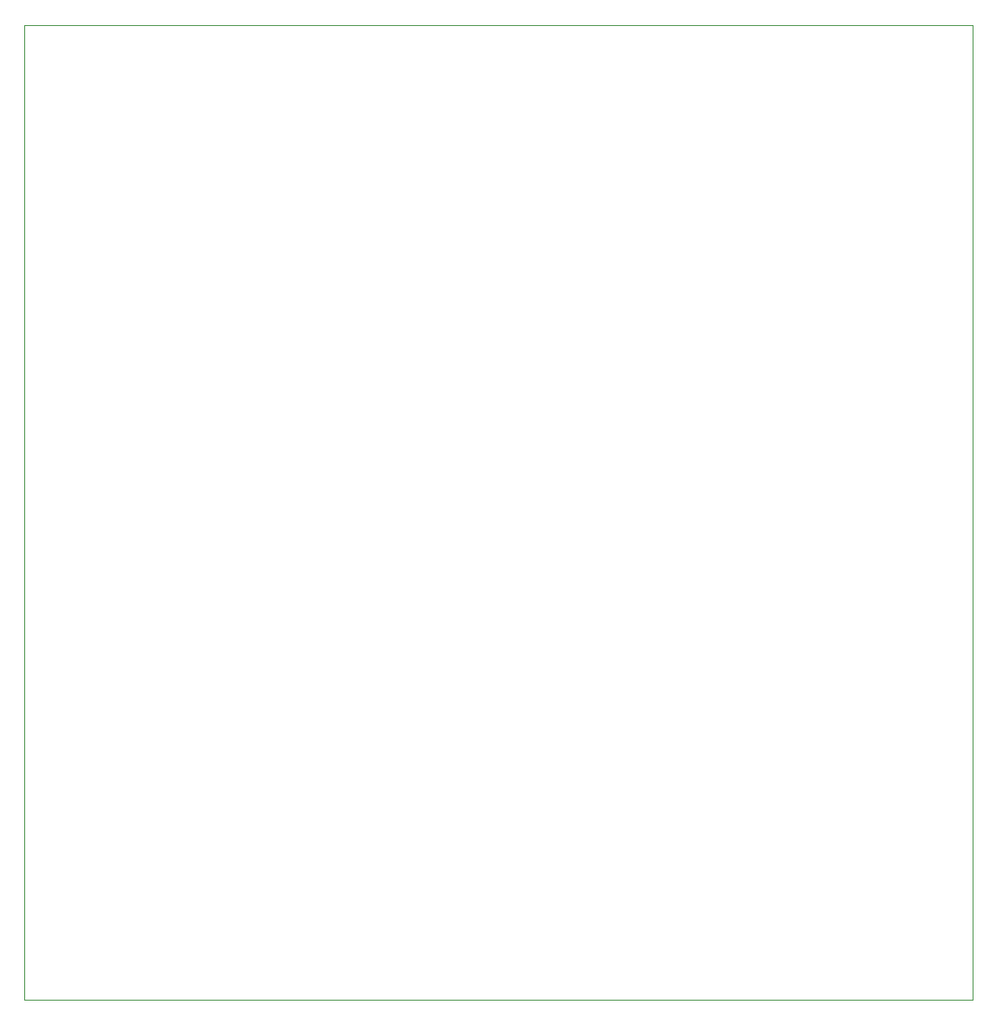
<source format=gbr>
G04 #@! TF.GenerationSoftware,KiCad,Pcbnew,(5.1.2-1)-1*
G04 #@! TF.CreationDate,2019-07-09T22:00:01+10:00*
G04 #@! TF.ProjectId,b1,62312e6b-6963-4616-945f-706362585858,rev?*
G04 #@! TF.SameCoordinates,Original*
G04 #@! TF.FileFunction,Profile,NP*
%FSLAX46Y46*%
G04 Gerber Fmt 4.6, Leading zero omitted, Abs format (unit mm)*
G04 Created by KiCad (PCBNEW (5.1.2-1)-1) date 2019-07-09 22:00:01*
%MOMM*%
%LPD*%
G04 APERTURE LIST*
%ADD10C,0.050000*%
G04 APERTURE END LIST*
D10*
X182880000Y-31750000D02*
X182880000Y-127000000D01*
X90170000Y-127000000D02*
X182880000Y-127000000D01*
X90170000Y-31750000D02*
X90170000Y-127000000D01*
X90170000Y-31750000D02*
X182880000Y-31750000D01*
M02*

</source>
